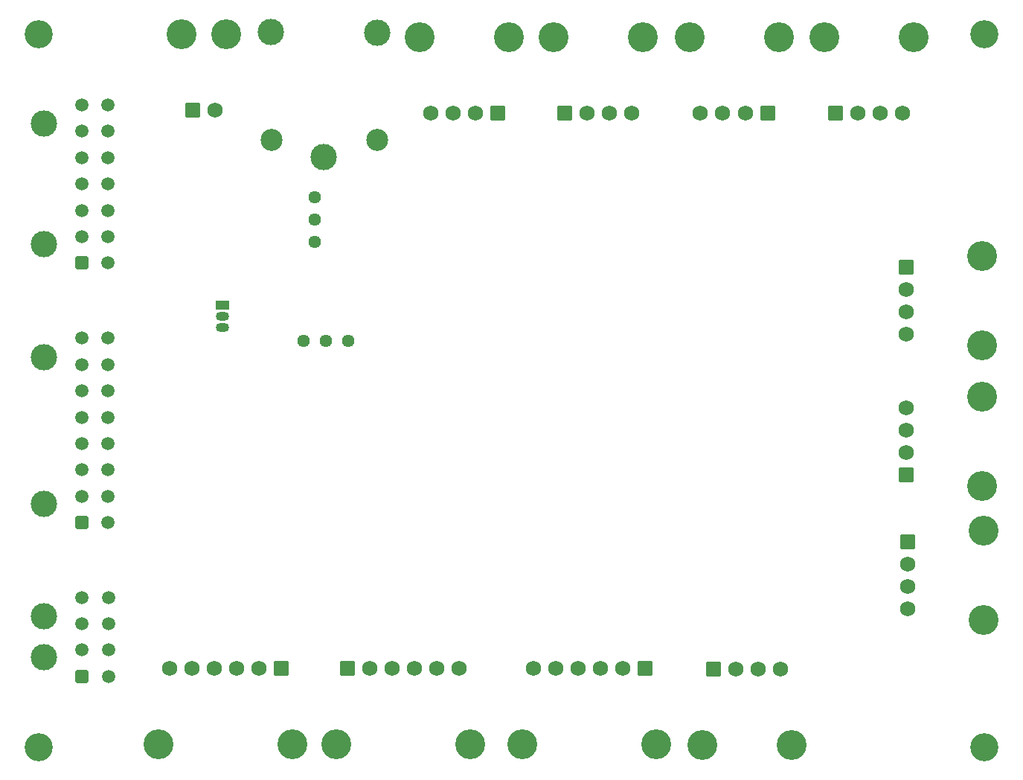
<source format=gbr>
%TF.GenerationSoftware,KiCad,Pcbnew,7.0.6*%
%TF.CreationDate,2023-10-25T23:51:53-07:00*%
%TF.ProjectId,controller-heat,636f6e74-726f-46c6-9c65-722d68656174,rev?*%
%TF.SameCoordinates,Original*%
%TF.FileFunction,Soldermask,Bot*%
%TF.FilePolarity,Negative*%
%FSLAX46Y46*%
G04 Gerber Fmt 4.6, Leading zero omitted, Abs format (unit mm)*
G04 Created by KiCad (PCBNEW 7.0.6) date 2023-10-25 23:51:53*
%MOMM*%
%LPD*%
G01*
G04 APERTURE LIST*
G04 Aperture macros list*
%AMRoundRect*
0 Rectangle with rounded corners*
0 $1 Rounding radius*
0 $2 $3 $4 $5 $6 $7 $8 $9 X,Y pos of 4 corners*
0 Add a 4 corners polygon primitive as box body*
4,1,4,$2,$3,$4,$5,$6,$7,$8,$9,$2,$3,0*
0 Add four circle primitives for the rounded corners*
1,1,$1+$1,$2,$3*
1,1,$1+$1,$4,$5*
1,1,$1+$1,$6,$7*
1,1,$1+$1,$8,$9*
0 Add four rect primitives between the rounded corners*
20,1,$1+$1,$2,$3,$4,$5,0*
20,1,$1+$1,$4,$5,$6,$7,0*
20,1,$1+$1,$6,$7,$8,$9,0*
20,1,$1+$1,$8,$9,$2,$3,0*%
G04 Aperture macros list end*
%ADD10C,3.400000*%
%ADD11RoundRect,0.250560X-0.619440X0.619440X-0.619440X-0.619440X0.619440X-0.619440X0.619440X0.619440X0*%
%ADD12C,1.740000*%
%ADD13C,3.000000*%
%ADD14RoundRect,0.250001X0.499999X-0.499999X0.499999X0.499999X-0.499999X0.499999X-0.499999X-0.499999X0*%
%ADD15C,1.500000*%
%ADD16RoundRect,0.250560X0.619440X0.619440X-0.619440X0.619440X-0.619440X-0.619440X0.619440X-0.619440X0*%
%ADD17R,1.500000X1.050000*%
%ADD18O,1.500000X1.050000*%
%ADD19C,3.200000*%
%ADD20C,1.440000*%
%ADD21RoundRect,0.250560X-0.619440X-0.619440X0.619440X-0.619440X0.619440X0.619440X-0.619440X0.619440X0*%
%ADD22C,2.500000*%
%ADD23RoundRect,0.250560X0.619440X-0.619440X0.619440X0.619440X-0.619440X0.619440X-0.619440X-0.619440X0*%
G04 APERTURE END LIST*
D10*
%TO.C,J15*%
X197548638Y-79201323D03*
X197548638Y-89361323D03*
D11*
X188908638Y-80471323D03*
D12*
X188908638Y-83011323D03*
X188908638Y-85581323D03*
X188908638Y-88121323D03*
%TD*%
D10*
%TO.C,J6*%
X197675638Y-110443323D03*
X197675638Y-120603323D03*
D11*
X189035638Y-111713323D03*
D12*
X189035638Y-114253323D03*
X189035638Y-116823323D03*
X189035638Y-119363323D03*
%TD*%
D13*
%TO.C,J14*%
X90741638Y-107387323D03*
X90741638Y-90687323D03*
D14*
X95061638Y-109547323D03*
D15*
X95061638Y-106547323D03*
X95061638Y-103547323D03*
X95061638Y-100547323D03*
X95061638Y-97547323D03*
X95061638Y-94547323D03*
X95061638Y-91547323D03*
X95061638Y-88547323D03*
X98061638Y-109547323D03*
X98061638Y-106547323D03*
X98061638Y-103547323D03*
X98061638Y-100547323D03*
X98061638Y-97547323D03*
X98061638Y-94547323D03*
X98061638Y-91547323D03*
X98061638Y-88547323D03*
%TD*%
D10*
%TO.C,J10*%
X119059638Y-134784323D03*
X103819638Y-134784323D03*
D16*
X117789638Y-126144323D03*
D12*
X115249638Y-126144323D03*
X112679638Y-126144323D03*
X110139638Y-126144323D03*
X107629638Y-126144323D03*
X105089638Y-126144323D03*
%TD*%
D17*
%TO.C,U18*%
X111082638Y-84823323D03*
D18*
X111082638Y-86093323D03*
X111082638Y-87363323D03*
%TD*%
D10*
%TO.C,J9*%
X160464638Y-134784323D03*
X145224638Y-134784323D03*
D16*
X159194638Y-126144323D03*
D12*
X156654638Y-126144323D03*
X154084638Y-126144323D03*
X151544638Y-126144323D03*
X149034638Y-126144323D03*
X146494638Y-126144323D03*
%TD*%
D19*
%TO.C,MK4*%
X90140800Y-135106400D03*
%TD*%
%TO.C,MK2*%
X197793600Y-54022000D03*
%TD*%
D13*
%TO.C,J11*%
X90726800Y-77852800D03*
X90726800Y-64152800D03*
D14*
X95046800Y-80012800D03*
D15*
X95046800Y-77012800D03*
X95046800Y-74012800D03*
X95046800Y-71012800D03*
X95046800Y-68012800D03*
X95046800Y-65012800D03*
X95046800Y-62012800D03*
X98046800Y-80012800D03*
X98046800Y-77012800D03*
X98046800Y-74012800D03*
X98046800Y-71012800D03*
X98046800Y-68012800D03*
X98046800Y-65012800D03*
X98046800Y-62012800D03*
%TD*%
D20*
%TO.C,RV1*%
X121602638Y-77594323D03*
X121602638Y-75054323D03*
X121602638Y-72514323D03*
%TD*%
D10*
%TO.C,J2*%
X148763638Y-54293323D03*
X158923638Y-54293323D03*
D21*
X150033638Y-62933323D03*
D12*
X152573638Y-62933323D03*
X155143638Y-62933323D03*
X157683638Y-62933323D03*
%TD*%
D19*
%TO.C,MK3*%
X197793600Y-135106400D03*
%TD*%
D10*
%TO.C,J13*%
X106425638Y-53969323D03*
X111505638Y-53969323D03*
D21*
X107695638Y-62609323D03*
D12*
X110235638Y-62609323D03*
%TD*%
D13*
%TO.C,J12*%
X90784638Y-124882323D03*
X90784638Y-120182323D03*
D14*
X95104638Y-127042323D03*
D15*
X95104638Y-124042323D03*
X95104638Y-121042323D03*
X95104638Y-118042323D03*
X98104638Y-127042323D03*
X98104638Y-124042323D03*
X98104638Y-121042323D03*
X98104638Y-118042323D03*
%TD*%
D20*
%TO.C,RV2*%
X120322638Y-88887323D03*
X122862638Y-88887323D03*
X125402638Y-88887323D03*
%TD*%
D19*
%TO.C,MK1*%
X90140800Y-54022000D03*
%TD*%
D13*
%TO.C,K1*%
X122618638Y-67923323D03*
D22*
X128668638Y-65973323D03*
D13*
X128668638Y-53773323D03*
X116618638Y-53723323D03*
D22*
X116668638Y-65973323D03*
%TD*%
D10*
%TO.C,J4*%
X179573888Y-54344073D03*
X189733888Y-54344073D03*
D21*
X180843888Y-62984073D03*
D12*
X183383888Y-62984073D03*
X185953888Y-62984073D03*
X188493888Y-62984073D03*
%TD*%
D10*
%TO.C,J3*%
X174400888Y-54344073D03*
X164240888Y-54344073D03*
D16*
X173130888Y-62984073D03*
D12*
X170590888Y-62984073D03*
X168020888Y-62984073D03*
X165480888Y-62984073D03*
%TD*%
D10*
%TO.C,J8*%
X124018638Y-134784323D03*
X139258638Y-134784323D03*
D21*
X125288638Y-126144323D03*
D12*
X127828638Y-126144323D03*
X130398638Y-126144323D03*
X132938638Y-126144323D03*
X135448638Y-126144323D03*
X137988638Y-126144323D03*
%TD*%
D10*
%TO.C,J1*%
X143717638Y-54293323D03*
X133557638Y-54293323D03*
D16*
X142447638Y-62933323D03*
D12*
X139907638Y-62933323D03*
X137337638Y-62933323D03*
X134797638Y-62933323D03*
%TD*%
D10*
%TO.C,J5*%
X197548638Y-105397323D03*
X197548638Y-95237323D03*
D23*
X188908638Y-104127323D03*
D12*
X188908638Y-101587323D03*
X188908638Y-99017323D03*
X188908638Y-96477323D03*
%TD*%
D10*
%TO.C,J7*%
X165671638Y-134819323D03*
X175831638Y-134819323D03*
D21*
X166941638Y-126179323D03*
D12*
X169481638Y-126179323D03*
X172051638Y-126179323D03*
X174591638Y-126179323D03*
%TD*%
M02*

</source>
